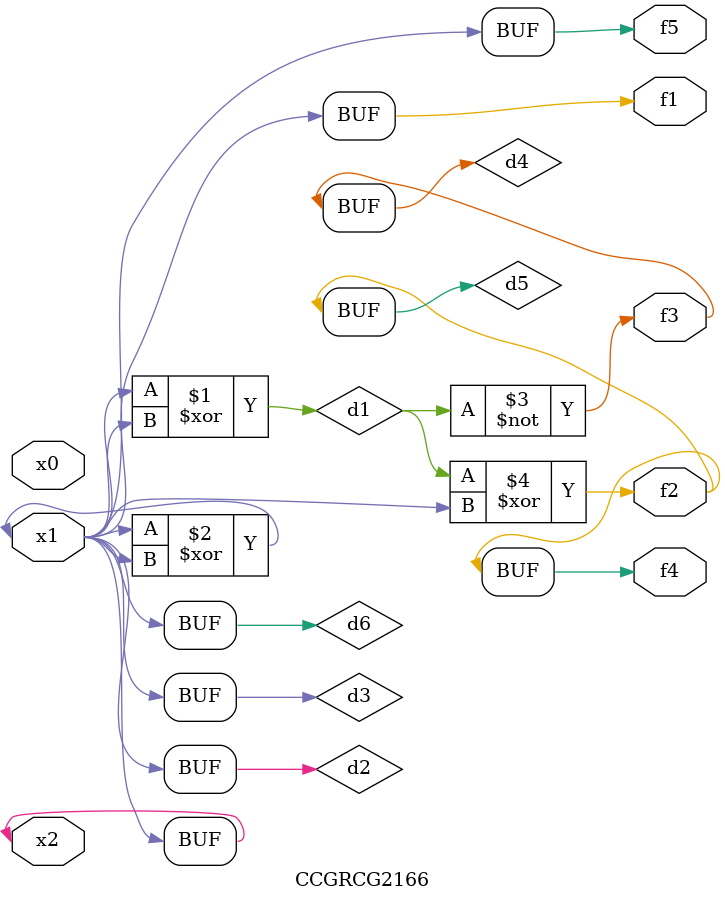
<source format=v>
module CCGRCG2166(
	input x0, x1, x2,
	output f1, f2, f3, f4, f5
);

	wire d1, d2, d3, d4, d5, d6;

	xor (d1, x1, x2);
	buf (d2, x1, x2);
	xor (d3, x1, x2);
	nor (d4, d1);
	xor (d5, d1, d2);
	buf (d6, d2, d3);
	assign f1 = d6;
	assign f2 = d5;
	assign f3 = d4;
	assign f4 = d5;
	assign f5 = d6;
endmodule

</source>
